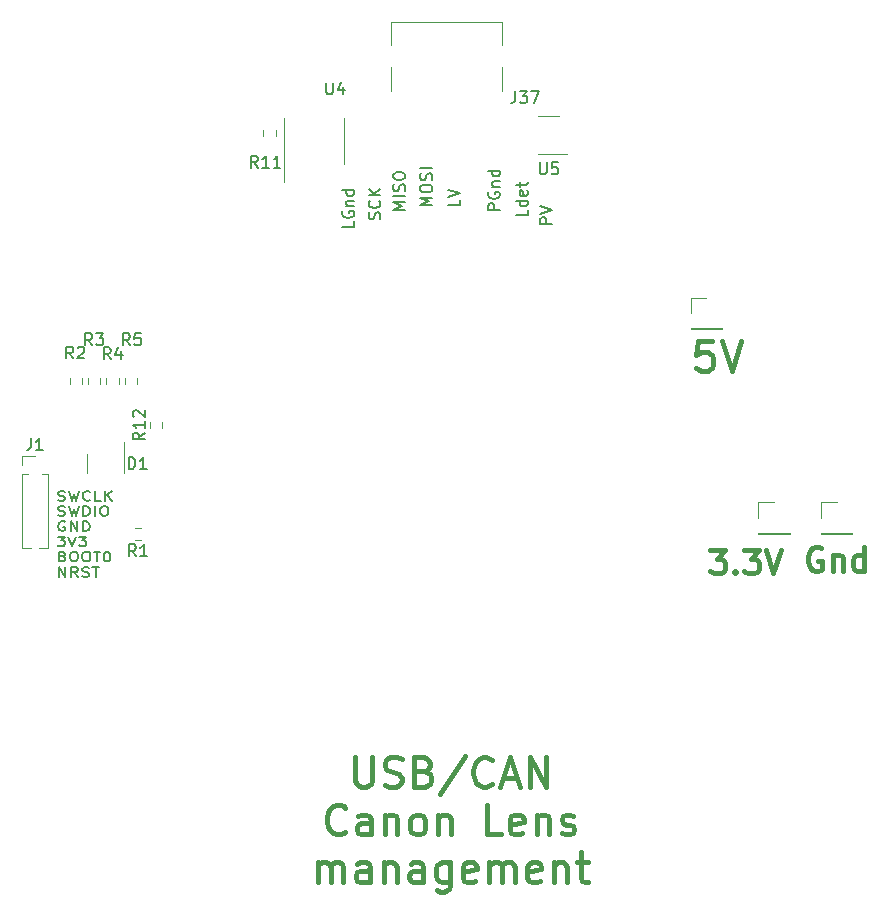
<source format=gbr>
%TF.GenerationSoftware,KiCad,Pcbnew,6.0.10*%
%TF.CreationDate,2023-03-14T16:41:35+03:00*%
%TF.ProjectId,Canon_manage,43616e6f-6e5f-46d6-916e-6167652e6b69,rev?*%
%TF.SameCoordinates,Original*%
%TF.FileFunction,Legend,Top*%
%TF.FilePolarity,Positive*%
%FSLAX46Y46*%
G04 Gerber Fmt 4.6, Leading zero omitted, Abs format (unit mm)*
G04 Created by KiCad (PCBNEW 6.0.10) date 2023-03-14 16:41:35*
%MOMM*%
%LPD*%
G01*
G04 APERTURE LIST*
%ADD10C,0.150000*%
%ADD11C,0.400000*%
%ADD12C,0.120000*%
G04 APERTURE END LIST*
D10*
X72728776Y-88035809D02*
X72871633Y-88073904D01*
X73109728Y-88073904D01*
X73204966Y-88035809D01*
X73252585Y-87997714D01*
X73300204Y-87921523D01*
X73300204Y-87845333D01*
X73252585Y-87769142D01*
X73204966Y-87731047D01*
X73109728Y-87692952D01*
X72919252Y-87654857D01*
X72824014Y-87616761D01*
X72776395Y-87578666D01*
X72728776Y-87502476D01*
X72728776Y-87426285D01*
X72776395Y-87350095D01*
X72824014Y-87312000D01*
X72919252Y-87273904D01*
X73157347Y-87273904D01*
X73300204Y-87312000D01*
X73633538Y-87273904D02*
X73871633Y-88073904D01*
X74062109Y-87502476D01*
X74252585Y-88073904D01*
X74490680Y-87273904D01*
X75443061Y-87997714D02*
X75395442Y-88035809D01*
X75252585Y-88073904D01*
X75157347Y-88073904D01*
X75014490Y-88035809D01*
X74919252Y-87959619D01*
X74871633Y-87883428D01*
X74824014Y-87731047D01*
X74824014Y-87616761D01*
X74871633Y-87464380D01*
X74919252Y-87388190D01*
X75014490Y-87312000D01*
X75157347Y-87273904D01*
X75252585Y-87273904D01*
X75395442Y-87312000D01*
X75443061Y-87350095D01*
X76347823Y-88073904D02*
X75871633Y-88073904D01*
X75871633Y-87273904D01*
X76681157Y-88073904D02*
X76681157Y-87273904D01*
X77252585Y-88073904D02*
X76824014Y-87616761D01*
X77252585Y-87273904D02*
X76681157Y-87731047D01*
X72728776Y-89323809D02*
X72871633Y-89361904D01*
X73109728Y-89361904D01*
X73204966Y-89323809D01*
X73252585Y-89285714D01*
X73300204Y-89209523D01*
X73300204Y-89133333D01*
X73252585Y-89057142D01*
X73204966Y-89019047D01*
X73109728Y-88980952D01*
X72919252Y-88942857D01*
X72824014Y-88904761D01*
X72776395Y-88866666D01*
X72728776Y-88790476D01*
X72728776Y-88714285D01*
X72776395Y-88638095D01*
X72824014Y-88600000D01*
X72919252Y-88561904D01*
X73157347Y-88561904D01*
X73300204Y-88600000D01*
X73633538Y-88561904D02*
X73871633Y-89361904D01*
X74062109Y-88790476D01*
X74252585Y-89361904D01*
X74490680Y-88561904D01*
X74871633Y-89361904D02*
X74871633Y-88561904D01*
X75109728Y-88561904D01*
X75252585Y-88600000D01*
X75347823Y-88676190D01*
X75395442Y-88752380D01*
X75443061Y-88904761D01*
X75443061Y-89019047D01*
X75395442Y-89171428D01*
X75347823Y-89247619D01*
X75252585Y-89323809D01*
X75109728Y-89361904D01*
X74871633Y-89361904D01*
X75871633Y-89361904D02*
X75871633Y-88561904D01*
X76538300Y-88561904D02*
X76728776Y-88561904D01*
X76824014Y-88600000D01*
X76919252Y-88676190D01*
X76966871Y-88828571D01*
X76966871Y-89095238D01*
X76919252Y-89247619D01*
X76824014Y-89323809D01*
X76728776Y-89361904D01*
X76538300Y-89361904D01*
X76443061Y-89323809D01*
X76347823Y-89247619D01*
X76300204Y-89095238D01*
X76300204Y-88828571D01*
X76347823Y-88676190D01*
X76443061Y-88600000D01*
X76538300Y-88561904D01*
X73300204Y-89888000D02*
X73204966Y-89849904D01*
X73062109Y-89849904D01*
X72919252Y-89888000D01*
X72824014Y-89964190D01*
X72776395Y-90040380D01*
X72728776Y-90192761D01*
X72728776Y-90307047D01*
X72776395Y-90459428D01*
X72824014Y-90535619D01*
X72919252Y-90611809D01*
X73062109Y-90649904D01*
X73157347Y-90649904D01*
X73300204Y-90611809D01*
X73347823Y-90573714D01*
X73347823Y-90307047D01*
X73157347Y-90307047D01*
X73776395Y-90649904D02*
X73776395Y-89849904D01*
X74347823Y-90649904D01*
X74347823Y-89849904D01*
X74824014Y-90649904D02*
X74824014Y-89849904D01*
X75062109Y-89849904D01*
X75204966Y-89888000D01*
X75300204Y-89964190D01*
X75347823Y-90040380D01*
X75395442Y-90192761D01*
X75395442Y-90307047D01*
X75347823Y-90459428D01*
X75300204Y-90535619D01*
X75204966Y-90611809D01*
X75062109Y-90649904D01*
X74824014Y-90649904D01*
X72681157Y-91137904D02*
X73300204Y-91137904D01*
X72966871Y-91442666D01*
X73109728Y-91442666D01*
X73204966Y-91480761D01*
X73252585Y-91518857D01*
X73300204Y-91595047D01*
X73300204Y-91785523D01*
X73252585Y-91861714D01*
X73204966Y-91899809D01*
X73109728Y-91937904D01*
X72824014Y-91937904D01*
X72728776Y-91899809D01*
X72681157Y-91861714D01*
X73585919Y-91137904D02*
X73919252Y-91937904D01*
X74252585Y-91137904D01*
X74490680Y-91137904D02*
X75109728Y-91137904D01*
X74776395Y-91442666D01*
X74919252Y-91442666D01*
X75014490Y-91480761D01*
X75062109Y-91518857D01*
X75109728Y-91595047D01*
X75109728Y-91785523D01*
X75062109Y-91861714D01*
X75014490Y-91899809D01*
X74919252Y-91937904D01*
X74633538Y-91937904D01*
X74538300Y-91899809D01*
X74490680Y-91861714D01*
X73109728Y-92806857D02*
X73252585Y-92844952D01*
X73300204Y-92883047D01*
X73347823Y-92959238D01*
X73347823Y-93073523D01*
X73300204Y-93149714D01*
X73252585Y-93187809D01*
X73157347Y-93225904D01*
X72776395Y-93225904D01*
X72776395Y-92425904D01*
X73109728Y-92425904D01*
X73204966Y-92464000D01*
X73252585Y-92502095D01*
X73300204Y-92578285D01*
X73300204Y-92654476D01*
X73252585Y-92730666D01*
X73204966Y-92768761D01*
X73109728Y-92806857D01*
X72776395Y-92806857D01*
X73966871Y-92425904D02*
X74157347Y-92425904D01*
X74252585Y-92464000D01*
X74347823Y-92540190D01*
X74395442Y-92692571D01*
X74395442Y-92959238D01*
X74347823Y-93111619D01*
X74252585Y-93187809D01*
X74157347Y-93225904D01*
X73966871Y-93225904D01*
X73871633Y-93187809D01*
X73776395Y-93111619D01*
X73728776Y-92959238D01*
X73728776Y-92692571D01*
X73776395Y-92540190D01*
X73871633Y-92464000D01*
X73966871Y-92425904D01*
X75014490Y-92425904D02*
X75204966Y-92425904D01*
X75300204Y-92464000D01*
X75395442Y-92540190D01*
X75443061Y-92692571D01*
X75443061Y-92959238D01*
X75395442Y-93111619D01*
X75300204Y-93187809D01*
X75204966Y-93225904D01*
X75014490Y-93225904D01*
X74919252Y-93187809D01*
X74824014Y-93111619D01*
X74776395Y-92959238D01*
X74776395Y-92692571D01*
X74824014Y-92540190D01*
X74919252Y-92464000D01*
X75014490Y-92425904D01*
X75728776Y-92425904D02*
X76300204Y-92425904D01*
X76014490Y-93225904D02*
X76014490Y-92425904D01*
X76824014Y-92425904D02*
X76919252Y-92425904D01*
X77014490Y-92464000D01*
X77062109Y-92502095D01*
X77109728Y-92578285D01*
X77157347Y-92730666D01*
X77157347Y-92921142D01*
X77109728Y-93073523D01*
X77062109Y-93149714D01*
X77014490Y-93187809D01*
X76919252Y-93225904D01*
X76824014Y-93225904D01*
X76728776Y-93187809D01*
X76681157Y-93149714D01*
X76633538Y-93073523D01*
X76585919Y-92921142D01*
X76585919Y-92730666D01*
X76633538Y-92578285D01*
X76681157Y-92502095D01*
X76728776Y-92464000D01*
X76824014Y-92425904D01*
X72776395Y-94513904D02*
X72776395Y-93713904D01*
X73347823Y-94513904D01*
X73347823Y-93713904D01*
X74395442Y-94513904D02*
X74062109Y-94132952D01*
X73824014Y-94513904D02*
X73824014Y-93713904D01*
X74204966Y-93713904D01*
X74300204Y-93752000D01*
X74347823Y-93790095D01*
X74395442Y-93866285D01*
X74395442Y-93980571D01*
X74347823Y-94056761D01*
X74300204Y-94094857D01*
X74204966Y-94132952D01*
X73824014Y-94132952D01*
X74776395Y-94475809D02*
X74919252Y-94513904D01*
X75157347Y-94513904D01*
X75252585Y-94475809D01*
X75300204Y-94437714D01*
X75347823Y-94361523D01*
X75347823Y-94285333D01*
X75300204Y-94209142D01*
X75252585Y-94171047D01*
X75157347Y-94132952D01*
X74966871Y-94094857D01*
X74871633Y-94056761D01*
X74824014Y-94018666D01*
X74776395Y-93942476D01*
X74776395Y-93866285D01*
X74824014Y-93790095D01*
X74871633Y-93752000D01*
X74966871Y-93713904D01*
X75204966Y-93713904D01*
X75347823Y-93752000D01*
X75633538Y-93713904D02*
X76204966Y-93713904D01*
X75919252Y-94513904D02*
X75919252Y-93713904D01*
D11*
X127959219Y-92224361D02*
X129197314Y-92224361D01*
X128530647Y-92986266D01*
X128816361Y-92986266D01*
X129006838Y-93081504D01*
X129102076Y-93176742D01*
X129197314Y-93367219D01*
X129197314Y-93843409D01*
X129102076Y-94033885D01*
X129006838Y-94129123D01*
X128816361Y-94224361D01*
X128244933Y-94224361D01*
X128054457Y-94129123D01*
X127959219Y-94033885D01*
X130054457Y-94033885D02*
X130149695Y-94129123D01*
X130054457Y-94224361D01*
X129959219Y-94129123D01*
X130054457Y-94033885D01*
X130054457Y-94224361D01*
X130816361Y-92224361D02*
X132054457Y-92224361D01*
X131387790Y-92986266D01*
X131673504Y-92986266D01*
X131863980Y-93081504D01*
X131959219Y-93176742D01*
X132054457Y-93367219D01*
X132054457Y-93843409D01*
X131959219Y-94033885D01*
X131863980Y-94129123D01*
X131673504Y-94224361D01*
X131102076Y-94224361D01*
X130911600Y-94129123D01*
X130816361Y-94033885D01*
X132625885Y-92224361D02*
X133292552Y-94224361D01*
X133959219Y-92224361D01*
X128073209Y-74576952D02*
X126882733Y-74576952D01*
X126763685Y-75767428D01*
X126882733Y-75648380D01*
X127120828Y-75529333D01*
X127716066Y-75529333D01*
X127954161Y-75648380D01*
X128073209Y-75767428D01*
X128192257Y-76005523D01*
X128192257Y-76600761D01*
X128073209Y-76838857D01*
X127954161Y-76957904D01*
X127716066Y-77076952D01*
X127120828Y-77076952D01*
X126882733Y-76957904D01*
X126763685Y-76838857D01*
X128906542Y-74576952D02*
X129739876Y-77076952D01*
X130573209Y-74576952D01*
X137347485Y-92116400D02*
X137157009Y-92021161D01*
X136871295Y-92021161D01*
X136585580Y-92116400D01*
X136395104Y-92306876D01*
X136299866Y-92497352D01*
X136204628Y-92878304D01*
X136204628Y-93164019D01*
X136299866Y-93544971D01*
X136395104Y-93735447D01*
X136585580Y-93925923D01*
X136871295Y-94021161D01*
X137061771Y-94021161D01*
X137347485Y-93925923D01*
X137442723Y-93830685D01*
X137442723Y-93164019D01*
X137061771Y-93164019D01*
X138299866Y-92687828D02*
X138299866Y-94021161D01*
X138299866Y-92878304D02*
X138395104Y-92783066D01*
X138585580Y-92687828D01*
X138871295Y-92687828D01*
X139061771Y-92783066D01*
X139157009Y-92973542D01*
X139157009Y-94021161D01*
X140966533Y-94021161D02*
X140966533Y-92021161D01*
X140966533Y-93925923D02*
X140776057Y-94021161D01*
X140395104Y-94021161D01*
X140204628Y-93925923D01*
X140109390Y-93830685D01*
X140014152Y-93640209D01*
X140014152Y-93068780D01*
X140109390Y-92878304D01*
X140204628Y-92783066D01*
X140395104Y-92687828D01*
X140776057Y-92687828D01*
X140966533Y-92783066D01*
X97873561Y-109820352D02*
X97873561Y-111844161D01*
X97992609Y-112082257D01*
X98111657Y-112201304D01*
X98349752Y-112320352D01*
X98825942Y-112320352D01*
X99064038Y-112201304D01*
X99183085Y-112082257D01*
X99302133Y-111844161D01*
X99302133Y-109820352D01*
X100373561Y-112201304D02*
X100730704Y-112320352D01*
X101325942Y-112320352D01*
X101564038Y-112201304D01*
X101683085Y-112082257D01*
X101802133Y-111844161D01*
X101802133Y-111606066D01*
X101683085Y-111367971D01*
X101564038Y-111248923D01*
X101325942Y-111129876D01*
X100849752Y-111010828D01*
X100611657Y-110891780D01*
X100492609Y-110772733D01*
X100373561Y-110534638D01*
X100373561Y-110296542D01*
X100492609Y-110058447D01*
X100611657Y-109939400D01*
X100849752Y-109820352D01*
X101444990Y-109820352D01*
X101802133Y-109939400D01*
X103706895Y-111010828D02*
X104064038Y-111129876D01*
X104183085Y-111248923D01*
X104302133Y-111487019D01*
X104302133Y-111844161D01*
X104183085Y-112082257D01*
X104064038Y-112201304D01*
X103825942Y-112320352D01*
X102873561Y-112320352D01*
X102873561Y-109820352D01*
X103706895Y-109820352D01*
X103944990Y-109939400D01*
X104064038Y-110058447D01*
X104183085Y-110296542D01*
X104183085Y-110534638D01*
X104064038Y-110772733D01*
X103944990Y-110891780D01*
X103706895Y-111010828D01*
X102873561Y-111010828D01*
X107159276Y-109701304D02*
X105016419Y-112915590D01*
X109421180Y-112082257D02*
X109302133Y-112201304D01*
X108944990Y-112320352D01*
X108706895Y-112320352D01*
X108349752Y-112201304D01*
X108111657Y-111963209D01*
X107992609Y-111725114D01*
X107873561Y-111248923D01*
X107873561Y-110891780D01*
X107992609Y-110415590D01*
X108111657Y-110177495D01*
X108349752Y-109939400D01*
X108706895Y-109820352D01*
X108944990Y-109820352D01*
X109302133Y-109939400D01*
X109421180Y-110058447D01*
X110373561Y-111606066D02*
X111564038Y-111606066D01*
X110135466Y-112320352D02*
X110968800Y-109820352D01*
X111802133Y-112320352D01*
X112635466Y-112320352D02*
X112635466Y-109820352D01*
X114064038Y-112320352D01*
X114064038Y-109820352D01*
X97040228Y-116107257D02*
X96921180Y-116226304D01*
X96564038Y-116345352D01*
X96325942Y-116345352D01*
X95968800Y-116226304D01*
X95730704Y-115988209D01*
X95611657Y-115750114D01*
X95492609Y-115273923D01*
X95492609Y-114916780D01*
X95611657Y-114440590D01*
X95730704Y-114202495D01*
X95968800Y-113964400D01*
X96325942Y-113845352D01*
X96564038Y-113845352D01*
X96921180Y-113964400D01*
X97040228Y-114083447D01*
X99183085Y-116345352D02*
X99183085Y-115035828D01*
X99064038Y-114797733D01*
X98825942Y-114678685D01*
X98349752Y-114678685D01*
X98111657Y-114797733D01*
X99183085Y-116226304D02*
X98944990Y-116345352D01*
X98349752Y-116345352D01*
X98111657Y-116226304D01*
X97992609Y-115988209D01*
X97992609Y-115750114D01*
X98111657Y-115512019D01*
X98349752Y-115392971D01*
X98944990Y-115392971D01*
X99183085Y-115273923D01*
X100373561Y-114678685D02*
X100373561Y-116345352D01*
X100373561Y-114916780D02*
X100492609Y-114797733D01*
X100730704Y-114678685D01*
X101087847Y-114678685D01*
X101325942Y-114797733D01*
X101444990Y-115035828D01*
X101444990Y-116345352D01*
X102992609Y-116345352D02*
X102754514Y-116226304D01*
X102635466Y-116107257D01*
X102516419Y-115869161D01*
X102516419Y-115154876D01*
X102635466Y-114916780D01*
X102754514Y-114797733D01*
X102992609Y-114678685D01*
X103349752Y-114678685D01*
X103587847Y-114797733D01*
X103706895Y-114916780D01*
X103825942Y-115154876D01*
X103825942Y-115869161D01*
X103706895Y-116107257D01*
X103587847Y-116226304D01*
X103349752Y-116345352D01*
X102992609Y-116345352D01*
X104897371Y-114678685D02*
X104897371Y-116345352D01*
X104897371Y-114916780D02*
X105016419Y-114797733D01*
X105254514Y-114678685D01*
X105611657Y-114678685D01*
X105849752Y-114797733D01*
X105968800Y-115035828D01*
X105968800Y-116345352D01*
X110254514Y-116345352D02*
X109064038Y-116345352D01*
X109064038Y-113845352D01*
X112040228Y-116226304D02*
X111802133Y-116345352D01*
X111325942Y-116345352D01*
X111087847Y-116226304D01*
X110968800Y-115988209D01*
X110968800Y-115035828D01*
X111087847Y-114797733D01*
X111325942Y-114678685D01*
X111802133Y-114678685D01*
X112040228Y-114797733D01*
X112159276Y-115035828D01*
X112159276Y-115273923D01*
X110968800Y-115512019D01*
X113230704Y-114678685D02*
X113230704Y-116345352D01*
X113230704Y-114916780D02*
X113349752Y-114797733D01*
X113587847Y-114678685D01*
X113944990Y-114678685D01*
X114183085Y-114797733D01*
X114302133Y-115035828D01*
X114302133Y-116345352D01*
X115373561Y-116226304D02*
X115611657Y-116345352D01*
X116087847Y-116345352D01*
X116325942Y-116226304D01*
X116444990Y-115988209D01*
X116444990Y-115869161D01*
X116325942Y-115631066D01*
X116087847Y-115512019D01*
X115730704Y-115512019D01*
X115492609Y-115392971D01*
X115373561Y-115154876D01*
X115373561Y-115035828D01*
X115492609Y-114797733D01*
X115730704Y-114678685D01*
X116087847Y-114678685D01*
X116325942Y-114797733D01*
X94718800Y-120370352D02*
X94718800Y-118703685D01*
X94718800Y-118941780D02*
X94837847Y-118822733D01*
X95075942Y-118703685D01*
X95433085Y-118703685D01*
X95671180Y-118822733D01*
X95790228Y-119060828D01*
X95790228Y-120370352D01*
X95790228Y-119060828D02*
X95909276Y-118822733D01*
X96147371Y-118703685D01*
X96504514Y-118703685D01*
X96742609Y-118822733D01*
X96861657Y-119060828D01*
X96861657Y-120370352D01*
X99123561Y-120370352D02*
X99123561Y-119060828D01*
X99004514Y-118822733D01*
X98766419Y-118703685D01*
X98290228Y-118703685D01*
X98052133Y-118822733D01*
X99123561Y-120251304D02*
X98885466Y-120370352D01*
X98290228Y-120370352D01*
X98052133Y-120251304D01*
X97933085Y-120013209D01*
X97933085Y-119775114D01*
X98052133Y-119537019D01*
X98290228Y-119417971D01*
X98885466Y-119417971D01*
X99123561Y-119298923D01*
X100314038Y-118703685D02*
X100314038Y-120370352D01*
X100314038Y-118941780D02*
X100433085Y-118822733D01*
X100671180Y-118703685D01*
X101028323Y-118703685D01*
X101266419Y-118822733D01*
X101385466Y-119060828D01*
X101385466Y-120370352D01*
X103647371Y-120370352D02*
X103647371Y-119060828D01*
X103528323Y-118822733D01*
X103290228Y-118703685D01*
X102814038Y-118703685D01*
X102575942Y-118822733D01*
X103647371Y-120251304D02*
X103409276Y-120370352D01*
X102814038Y-120370352D01*
X102575942Y-120251304D01*
X102456895Y-120013209D01*
X102456895Y-119775114D01*
X102575942Y-119537019D01*
X102814038Y-119417971D01*
X103409276Y-119417971D01*
X103647371Y-119298923D01*
X105909276Y-118703685D02*
X105909276Y-120727495D01*
X105790228Y-120965590D01*
X105671180Y-121084638D01*
X105433085Y-121203685D01*
X105075942Y-121203685D01*
X104837847Y-121084638D01*
X105909276Y-120251304D02*
X105671180Y-120370352D01*
X105194990Y-120370352D01*
X104956895Y-120251304D01*
X104837847Y-120132257D01*
X104718800Y-119894161D01*
X104718800Y-119179876D01*
X104837847Y-118941780D01*
X104956895Y-118822733D01*
X105194990Y-118703685D01*
X105671180Y-118703685D01*
X105909276Y-118822733D01*
X108052133Y-120251304D02*
X107814038Y-120370352D01*
X107337847Y-120370352D01*
X107099752Y-120251304D01*
X106980704Y-120013209D01*
X106980704Y-119060828D01*
X107099752Y-118822733D01*
X107337847Y-118703685D01*
X107814038Y-118703685D01*
X108052133Y-118822733D01*
X108171180Y-119060828D01*
X108171180Y-119298923D01*
X106980704Y-119537019D01*
X109242609Y-120370352D02*
X109242609Y-118703685D01*
X109242609Y-118941780D02*
X109361657Y-118822733D01*
X109599752Y-118703685D01*
X109956895Y-118703685D01*
X110194990Y-118822733D01*
X110314038Y-119060828D01*
X110314038Y-120370352D01*
X110314038Y-119060828D02*
X110433085Y-118822733D01*
X110671180Y-118703685D01*
X111028323Y-118703685D01*
X111266419Y-118822733D01*
X111385466Y-119060828D01*
X111385466Y-120370352D01*
X113528323Y-120251304D02*
X113290228Y-120370352D01*
X112814038Y-120370352D01*
X112575942Y-120251304D01*
X112456895Y-120013209D01*
X112456895Y-119060828D01*
X112575942Y-118822733D01*
X112814038Y-118703685D01*
X113290228Y-118703685D01*
X113528323Y-118822733D01*
X113647371Y-119060828D01*
X113647371Y-119298923D01*
X112456895Y-119537019D01*
X114718800Y-118703685D02*
X114718800Y-120370352D01*
X114718800Y-118941780D02*
X114837847Y-118822733D01*
X115075942Y-118703685D01*
X115433085Y-118703685D01*
X115671180Y-118822733D01*
X115790228Y-119060828D01*
X115790228Y-120370352D01*
X116623561Y-118703685D02*
X117575942Y-118703685D01*
X116980704Y-117870352D02*
X116980704Y-120013209D01*
X117099752Y-120251304D01*
X117337847Y-120370352D01*
X117575942Y-120370352D01*
D10*
%TO.C,R12*%
X80048380Y-82327357D02*
X79572190Y-82660690D01*
X80048380Y-82898785D02*
X79048380Y-82898785D01*
X79048380Y-82517833D01*
X79096000Y-82422595D01*
X79143619Y-82374976D01*
X79238857Y-82327357D01*
X79381714Y-82327357D01*
X79476952Y-82374976D01*
X79524571Y-82422595D01*
X79572190Y-82517833D01*
X79572190Y-82898785D01*
X80048380Y-81374976D02*
X80048380Y-81946404D01*
X80048380Y-81660690D02*
X79048380Y-81660690D01*
X79191238Y-81755928D01*
X79286476Y-81851166D01*
X79334095Y-81946404D01*
X79143619Y-80994023D02*
X79096000Y-80946404D01*
X79048380Y-80851166D01*
X79048380Y-80613071D01*
X79096000Y-80517833D01*
X79143619Y-80470214D01*
X79238857Y-80422595D01*
X79334095Y-80422595D01*
X79476952Y-80470214D01*
X80048380Y-81041642D01*
X80048380Y-80422595D01*
%TO.C,J6*%
X104389180Y-63090228D02*
X103389180Y-63090228D01*
X104103466Y-62756895D01*
X103389180Y-62423561D01*
X104389180Y-62423561D01*
X103389180Y-61756895D02*
X103389180Y-61566419D01*
X103436800Y-61471180D01*
X103532038Y-61375942D01*
X103722514Y-61328323D01*
X104055847Y-61328323D01*
X104246323Y-61375942D01*
X104341561Y-61471180D01*
X104389180Y-61566419D01*
X104389180Y-61756895D01*
X104341561Y-61852133D01*
X104246323Y-61947371D01*
X104055847Y-61994990D01*
X103722514Y-61994990D01*
X103532038Y-61947371D01*
X103436800Y-61852133D01*
X103389180Y-61756895D01*
X104341561Y-60947371D02*
X104389180Y-60804514D01*
X104389180Y-60566419D01*
X104341561Y-60471180D01*
X104293942Y-60423561D01*
X104198704Y-60375942D01*
X104103466Y-60375942D01*
X104008228Y-60423561D01*
X103960609Y-60471180D01*
X103912990Y-60566419D01*
X103865371Y-60756895D01*
X103817752Y-60852133D01*
X103770133Y-60899752D01*
X103674895Y-60947371D01*
X103579657Y-60947371D01*
X103484419Y-60899752D01*
X103436800Y-60852133D01*
X103389180Y-60756895D01*
X103389180Y-60518800D01*
X103436800Y-60375942D01*
X104389180Y-59947371D02*
X103389180Y-59947371D01*
%TO.C,U5*%
X113508895Y-59451580D02*
X113508895Y-60261104D01*
X113556514Y-60356342D01*
X113604133Y-60403961D01*
X113699371Y-60451580D01*
X113889847Y-60451580D01*
X113985085Y-60403961D01*
X114032704Y-60356342D01*
X114080323Y-60261104D01*
X114080323Y-59451580D01*
X115032704Y-59451580D02*
X114556514Y-59451580D01*
X114508895Y-59927771D01*
X114556514Y-59880152D01*
X114651752Y-59832533D01*
X114889847Y-59832533D01*
X114985085Y-59880152D01*
X115032704Y-59927771D01*
X115080323Y-60023009D01*
X115080323Y-60261104D01*
X115032704Y-60356342D01*
X114985085Y-60403961D01*
X114889847Y-60451580D01*
X114651752Y-60451580D01*
X114556514Y-60403961D01*
X114508895Y-60356342D01*
%TO.C,J3*%
X112466380Y-63442742D02*
X112466380Y-63918933D01*
X111466380Y-63918933D01*
X112466380Y-62680838D02*
X111466380Y-62680838D01*
X112418761Y-62680838D02*
X112466380Y-62776076D01*
X112466380Y-62966552D01*
X112418761Y-63061790D01*
X112371142Y-63109409D01*
X112275904Y-63157028D01*
X111990190Y-63157028D01*
X111894952Y-63109409D01*
X111847333Y-63061790D01*
X111799714Y-62966552D01*
X111799714Y-62776076D01*
X111847333Y-62680838D01*
X112418761Y-61823695D02*
X112466380Y-61918933D01*
X112466380Y-62109409D01*
X112418761Y-62204647D01*
X112323523Y-62252266D01*
X111942571Y-62252266D01*
X111847333Y-62204647D01*
X111799714Y-62109409D01*
X111799714Y-61918933D01*
X111847333Y-61823695D01*
X111942571Y-61776076D01*
X112037809Y-61776076D01*
X112133047Y-62252266D01*
X111799714Y-61490361D02*
X111799714Y-61109409D01*
X111466380Y-61347504D02*
X112323523Y-61347504D01*
X112418761Y-61299885D01*
X112466380Y-61204647D01*
X112466380Y-61109409D01*
%TO.C,J4*%
X110129580Y-63490266D02*
X109129580Y-63490266D01*
X109129580Y-63109314D01*
X109177200Y-63014076D01*
X109224819Y-62966457D01*
X109320057Y-62918838D01*
X109462914Y-62918838D01*
X109558152Y-62966457D01*
X109605771Y-63014076D01*
X109653390Y-63109314D01*
X109653390Y-63490266D01*
X109177200Y-61966457D02*
X109129580Y-62061695D01*
X109129580Y-62204552D01*
X109177200Y-62347409D01*
X109272438Y-62442647D01*
X109367676Y-62490266D01*
X109558152Y-62537885D01*
X109701009Y-62537885D01*
X109891485Y-62490266D01*
X109986723Y-62442647D01*
X110081961Y-62347409D01*
X110129580Y-62204552D01*
X110129580Y-62109314D01*
X110081961Y-61966457D01*
X110034342Y-61918838D01*
X109701009Y-61918838D01*
X109701009Y-62109314D01*
X109462914Y-61490266D02*
X110129580Y-61490266D01*
X109558152Y-61490266D02*
X109510533Y-61442647D01*
X109462914Y-61347409D01*
X109462914Y-61204552D01*
X109510533Y-61109314D01*
X109605771Y-61061695D01*
X110129580Y-61061695D01*
X110129580Y-60156933D02*
X109129580Y-60156933D01*
X110081961Y-60156933D02*
X110129580Y-60252171D01*
X110129580Y-60442647D01*
X110081961Y-60537885D01*
X110034342Y-60585504D01*
X109939104Y-60633123D01*
X109653390Y-60633123D01*
X109558152Y-60585504D01*
X109510533Y-60537885D01*
X109462914Y-60442647D01*
X109462914Y-60252171D01*
X109510533Y-60156933D01*
%TO.C,J8*%
X99964761Y-64245714D02*
X100012380Y-64102857D01*
X100012380Y-63864761D01*
X99964761Y-63769523D01*
X99917142Y-63721904D01*
X99821904Y-63674285D01*
X99726666Y-63674285D01*
X99631428Y-63721904D01*
X99583809Y-63769523D01*
X99536190Y-63864761D01*
X99488571Y-64055238D01*
X99440952Y-64150476D01*
X99393333Y-64198095D01*
X99298095Y-64245714D01*
X99202857Y-64245714D01*
X99107619Y-64198095D01*
X99060000Y-64150476D01*
X99012380Y-64055238D01*
X99012380Y-63817142D01*
X99060000Y-63674285D01*
X99917142Y-62674285D02*
X99964761Y-62721904D01*
X100012380Y-62864761D01*
X100012380Y-62960000D01*
X99964761Y-63102857D01*
X99869523Y-63198095D01*
X99774285Y-63245714D01*
X99583809Y-63293333D01*
X99440952Y-63293333D01*
X99250476Y-63245714D01*
X99155238Y-63198095D01*
X99060000Y-63102857D01*
X99012380Y-62960000D01*
X99012380Y-62864761D01*
X99060000Y-62721904D01*
X99107619Y-62674285D01*
X100012380Y-62245714D02*
X99012380Y-62245714D01*
X100012380Y-61674285D02*
X99440952Y-62102857D01*
X99012380Y-61674285D02*
X99583809Y-62245714D01*
%TO.C,D1*%
X78702904Y-85415380D02*
X78702904Y-84415380D01*
X78941000Y-84415380D01*
X79083857Y-84463000D01*
X79179095Y-84558238D01*
X79226714Y-84653476D01*
X79274333Y-84843952D01*
X79274333Y-84986809D01*
X79226714Y-85177285D01*
X79179095Y-85272523D01*
X79083857Y-85367761D01*
X78941000Y-85415380D01*
X78702904Y-85415380D01*
X80226714Y-85415380D02*
X79655285Y-85415380D01*
X79941000Y-85415380D02*
X79941000Y-84415380D01*
X79845761Y-84558238D01*
X79750523Y-84653476D01*
X79655285Y-84701095D01*
%TO.C,U4*%
X95402495Y-52690780D02*
X95402495Y-53500304D01*
X95450114Y-53595542D01*
X95497733Y-53643161D01*
X95592971Y-53690780D01*
X95783447Y-53690780D01*
X95878685Y-53643161D01*
X95926304Y-53595542D01*
X95973923Y-53500304D01*
X95973923Y-52690780D01*
X96878685Y-53024114D02*
X96878685Y-53690780D01*
X96640590Y-52643161D02*
X96402495Y-53357447D01*
X97021542Y-53357447D01*
%TO.C,J9*%
X97785180Y-64442838D02*
X97785180Y-64919028D01*
X96785180Y-64919028D01*
X96832800Y-63585695D02*
X96785180Y-63680933D01*
X96785180Y-63823790D01*
X96832800Y-63966647D01*
X96928038Y-64061885D01*
X97023276Y-64109504D01*
X97213752Y-64157123D01*
X97356609Y-64157123D01*
X97547085Y-64109504D01*
X97642323Y-64061885D01*
X97737561Y-63966647D01*
X97785180Y-63823790D01*
X97785180Y-63728552D01*
X97737561Y-63585695D01*
X97689942Y-63538076D01*
X97356609Y-63538076D01*
X97356609Y-63728552D01*
X97118514Y-63109504D02*
X97785180Y-63109504D01*
X97213752Y-63109504D02*
X97166133Y-63061885D01*
X97118514Y-62966647D01*
X97118514Y-62823790D01*
X97166133Y-62728552D01*
X97261371Y-62680933D01*
X97785180Y-62680933D01*
X97785180Y-61776171D02*
X96785180Y-61776171D01*
X97737561Y-61776171D02*
X97785180Y-61871409D01*
X97785180Y-62061885D01*
X97737561Y-62157123D01*
X97689942Y-62204742D01*
X97594704Y-62252361D01*
X97308990Y-62252361D01*
X97213752Y-62204742D01*
X97166133Y-62157123D01*
X97118514Y-62061885D01*
X97118514Y-61871409D01*
X97166133Y-61776171D01*
%TO.C,R3*%
X75609999Y-74925180D02*
X75276666Y-74448990D01*
X75038570Y-74925180D02*
X75038570Y-73925180D01*
X75419523Y-73925180D01*
X75514761Y-73972800D01*
X75562380Y-74020419D01*
X75609999Y-74115657D01*
X75609999Y-74258514D01*
X75562380Y-74353752D01*
X75514761Y-74401371D01*
X75419523Y-74448990D01*
X75038570Y-74448990D01*
X75943332Y-73925180D02*
X76562380Y-73925180D01*
X76229046Y-74306133D01*
X76371904Y-74306133D01*
X76467142Y-74353752D01*
X76514761Y-74401371D01*
X76562380Y-74496609D01*
X76562380Y-74734704D01*
X76514761Y-74829942D01*
X76467142Y-74877561D01*
X76371904Y-74925180D01*
X76086189Y-74925180D01*
X75990951Y-74877561D01*
X75943332Y-74829942D01*
%TO.C,J37*%
X111433076Y-53401980D02*
X111433076Y-54116266D01*
X111385457Y-54259123D01*
X111290219Y-54354361D01*
X111147361Y-54401980D01*
X111052123Y-54401980D01*
X111814028Y-53401980D02*
X112433076Y-53401980D01*
X112099742Y-53782933D01*
X112242600Y-53782933D01*
X112337838Y-53830552D01*
X112385457Y-53878171D01*
X112433076Y-53973409D01*
X112433076Y-54211504D01*
X112385457Y-54306742D01*
X112337838Y-54354361D01*
X112242600Y-54401980D01*
X111956885Y-54401980D01*
X111861647Y-54354361D01*
X111814028Y-54306742D01*
X112766409Y-53401980D02*
X113433076Y-53401980D01*
X113004504Y-54401980D01*
%TO.C,J2*%
X114549180Y-64647676D02*
X113549180Y-64647676D01*
X113549180Y-64266723D01*
X113596800Y-64171485D01*
X113644419Y-64123866D01*
X113739657Y-64076247D01*
X113882514Y-64076247D01*
X113977752Y-64123866D01*
X114025371Y-64171485D01*
X114072990Y-64266723D01*
X114072990Y-64647676D01*
X113549180Y-63790533D02*
X114549180Y-63457200D01*
X113549180Y-63123866D01*
%TO.C,J7*%
X102103180Y-63445828D02*
X101103180Y-63445828D01*
X101817466Y-63112495D01*
X101103180Y-62779161D01*
X102103180Y-62779161D01*
X102103180Y-62302971D02*
X101103180Y-62302971D01*
X102055561Y-61874400D02*
X102103180Y-61731542D01*
X102103180Y-61493447D01*
X102055561Y-61398209D01*
X102007942Y-61350590D01*
X101912704Y-61302971D01*
X101817466Y-61302971D01*
X101722228Y-61350590D01*
X101674609Y-61398209D01*
X101626990Y-61493447D01*
X101579371Y-61683923D01*
X101531752Y-61779161D01*
X101484133Y-61826780D01*
X101388895Y-61874400D01*
X101293657Y-61874400D01*
X101198419Y-61826780D01*
X101150800Y-61779161D01*
X101103180Y-61683923D01*
X101103180Y-61445828D01*
X101150800Y-61302971D01*
X101103180Y-60683923D02*
X101103180Y-60493447D01*
X101150800Y-60398209D01*
X101246038Y-60302971D01*
X101436514Y-60255352D01*
X101769847Y-60255352D01*
X101960323Y-60302971D01*
X102055561Y-60398209D01*
X102103180Y-60493447D01*
X102103180Y-60683923D01*
X102055561Y-60779161D01*
X101960323Y-60874400D01*
X101769847Y-60922019D01*
X101436514Y-60922019D01*
X101246038Y-60874400D01*
X101150800Y-60779161D01*
X101103180Y-60683923D01*
%TO.C,R4*%
X77176333Y-76117080D02*
X76843000Y-75640890D01*
X76604904Y-76117080D02*
X76604904Y-75117080D01*
X76985857Y-75117080D01*
X77081095Y-75164700D01*
X77128714Y-75212319D01*
X77176333Y-75307557D01*
X77176333Y-75450414D01*
X77128714Y-75545652D01*
X77081095Y-75593271D01*
X76985857Y-75640890D01*
X76604904Y-75640890D01*
X78033476Y-75450414D02*
X78033476Y-76117080D01*
X77795380Y-75069461D02*
X77557285Y-75783747D01*
X78176333Y-75783747D01*
%TO.C,J5*%
X106725980Y-62603047D02*
X106725980Y-63079238D01*
X105725980Y-63079238D01*
X105725980Y-62412571D02*
X106725980Y-62079238D01*
X105725980Y-61745904D01*
%TO.C,R2*%
X74001333Y-76040880D02*
X73668000Y-75564690D01*
X73429904Y-76040880D02*
X73429904Y-75040880D01*
X73810857Y-75040880D01*
X73906095Y-75088500D01*
X73953714Y-75136119D01*
X74001333Y-75231357D01*
X74001333Y-75374214D01*
X73953714Y-75469452D01*
X73906095Y-75517071D01*
X73810857Y-75564690D01*
X73429904Y-75564690D01*
X74382285Y-75136119D02*
X74429904Y-75088500D01*
X74525142Y-75040880D01*
X74763238Y-75040880D01*
X74858476Y-75088500D01*
X74906095Y-75136119D01*
X74953714Y-75231357D01*
X74953714Y-75326595D01*
X74906095Y-75469452D01*
X74334666Y-76040880D01*
X74953714Y-76040880D01*
%TO.C,R5*%
X78810399Y-74925180D02*
X78477066Y-74448990D01*
X78238970Y-74925180D02*
X78238970Y-73925180D01*
X78619923Y-73925180D01*
X78715161Y-73972800D01*
X78762780Y-74020419D01*
X78810399Y-74115657D01*
X78810399Y-74258514D01*
X78762780Y-74353752D01*
X78715161Y-74401371D01*
X78619923Y-74448990D01*
X78238970Y-74448990D01*
X79715161Y-73925180D02*
X79238970Y-73925180D01*
X79191351Y-74401371D01*
X79238970Y-74353752D01*
X79334208Y-74306133D01*
X79572304Y-74306133D01*
X79667542Y-74353752D01*
X79715161Y-74401371D01*
X79762780Y-74496609D01*
X79762780Y-74734704D01*
X79715161Y-74829942D01*
X79667542Y-74877561D01*
X79572304Y-74925180D01*
X79334208Y-74925180D01*
X79238970Y-74877561D01*
X79191351Y-74829942D01*
%TO.C,R11*%
X89628742Y-59888380D02*
X89295409Y-59412190D01*
X89057314Y-59888380D02*
X89057314Y-58888380D01*
X89438266Y-58888380D01*
X89533504Y-58936000D01*
X89581123Y-58983619D01*
X89628742Y-59078857D01*
X89628742Y-59221714D01*
X89581123Y-59316952D01*
X89533504Y-59364571D01*
X89438266Y-59412190D01*
X89057314Y-59412190D01*
X90581123Y-59888380D02*
X90009695Y-59888380D01*
X90295409Y-59888380D02*
X90295409Y-58888380D01*
X90200171Y-59031238D01*
X90104933Y-59126476D01*
X90009695Y-59174095D01*
X91533504Y-59888380D02*
X90962076Y-59888380D01*
X91247790Y-59888380D02*
X91247790Y-58888380D01*
X91152552Y-59031238D01*
X91057314Y-59126476D01*
X90962076Y-59174095D01*
%TO.C,J1*%
X70431066Y-82796580D02*
X70431066Y-83510866D01*
X70383447Y-83653723D01*
X70288209Y-83748961D01*
X70145352Y-83796580D01*
X70050114Y-83796580D01*
X71431066Y-83796580D02*
X70859638Y-83796580D01*
X71145352Y-83796580D02*
X71145352Y-82796580D01*
X71050114Y-82939438D01*
X70954876Y-83034676D01*
X70859638Y-83082295D01*
%TO.C,R1*%
X79308033Y-92788980D02*
X78974700Y-92312790D01*
X78736604Y-92788980D02*
X78736604Y-91788980D01*
X79117557Y-91788980D01*
X79212795Y-91836600D01*
X79260414Y-91884219D01*
X79308033Y-91979457D01*
X79308033Y-92122314D01*
X79260414Y-92217552D01*
X79212795Y-92265171D01*
X79117557Y-92312790D01*
X78736604Y-92312790D01*
X80260414Y-92788980D02*
X79688985Y-92788980D01*
X79974700Y-92788980D02*
X79974700Y-91788980D01*
X79879461Y-91931838D01*
X79784223Y-92027076D01*
X79688985Y-92074695D01*
D12*
%TO.C,R12*%
X80503500Y-81939224D02*
X80503500Y-81429776D01*
X81548500Y-81939224D02*
X81548500Y-81429776D01*
%TO.C,U5*%
X115170800Y-55489200D02*
X113370800Y-55489200D01*
X113370800Y-58709200D02*
X115820800Y-58709200D01*
%TO.C,D1*%
X78283200Y-84906700D02*
X78283200Y-85706700D01*
X75163200Y-84906700D02*
X75163200Y-84106700D01*
X75163200Y-84906700D02*
X75163200Y-85706700D01*
X78283200Y-84906700D02*
X78283200Y-83106700D01*
%TO.C,U4*%
X96946400Y-57658000D02*
X96946400Y-59608000D01*
X91826400Y-57658000D02*
X91826400Y-61108000D01*
X91826400Y-57658000D02*
X91826400Y-55708000D01*
X96946400Y-57658000D02*
X96946400Y-55708000D01*
%TO.C,R3*%
X75254166Y-78232724D02*
X75254166Y-77723276D01*
X76299166Y-78232724D02*
X76299166Y-77723276D01*
%TO.C,J37*%
X100910000Y-49470000D02*
X100910000Y-47570000D01*
X110310000Y-49470000D02*
X110310000Y-47570000D01*
X100910000Y-53370000D02*
X100910000Y-51370000D01*
X110310000Y-47570000D02*
X100910000Y-47570000D01*
X110310000Y-53370000D02*
X110310000Y-51370000D01*
%TO.C,R4*%
X77857032Y-78232724D02*
X77857032Y-77723276D01*
X76812032Y-78232724D02*
X76812032Y-77723276D01*
%TO.C,J35*%
X137303200Y-90830400D02*
X139963200Y-90830400D01*
X137303200Y-89560400D02*
X137303200Y-88230400D01*
X137303200Y-90890400D02*
X139963200Y-90890400D01*
X137303200Y-90830400D02*
X137303200Y-90890400D01*
X139963200Y-90830400D02*
X139963200Y-90890400D01*
X137303200Y-88230400D02*
X138633200Y-88230400D01*
%TO.C,R2*%
X73696300Y-78232724D02*
X73696300Y-77723276D01*
X74741300Y-78232724D02*
X74741300Y-77723276D01*
%TO.C,R5*%
X79414900Y-78232724D02*
X79414900Y-77723276D01*
X78369900Y-78232724D02*
X78369900Y-77723276D01*
%TO.C,R11*%
X90104700Y-57252324D02*
X90104700Y-56742876D01*
X91149700Y-57252324D02*
X91149700Y-56742876D01*
%TO.C,J26*%
X126279600Y-70907600D02*
X127609600Y-70907600D01*
X126279600Y-72237600D02*
X126279600Y-70907600D01*
X126279600Y-73507600D02*
X126279600Y-73567600D01*
X128939600Y-73507600D02*
X128939600Y-73567600D01*
X126279600Y-73567600D02*
X128939600Y-73567600D01*
X126279600Y-73507600D02*
X128939600Y-73507600D01*
%TO.C,J1*%
X69654400Y-84279200D02*
X70764400Y-84279200D01*
X69654400Y-85799200D02*
X69654400Y-92084200D01*
X71071930Y-92084200D02*
X71874400Y-92084200D01*
X69654400Y-85799200D02*
X70200929Y-85799200D01*
X69654400Y-92084200D02*
X70456870Y-92084200D01*
X71327871Y-85799200D02*
X71874400Y-85799200D01*
X69654400Y-85039200D02*
X69654400Y-84279200D01*
X71874400Y-85799200D02*
X71874400Y-92084200D01*
%TO.C,R1*%
X79729424Y-90384100D02*
X79219976Y-90384100D01*
X79729424Y-91429100D02*
X79219976Y-91429100D01*
%TO.C,J36*%
X132020000Y-90830400D02*
X134680000Y-90830400D01*
X132020000Y-89560400D02*
X132020000Y-88230400D01*
X132020000Y-88230400D02*
X133350000Y-88230400D01*
X134680000Y-90830400D02*
X134680000Y-90890400D01*
X132020000Y-90830400D02*
X132020000Y-90890400D01*
X132020000Y-90890400D02*
X134680000Y-90890400D01*
%TD*%
M02*

</source>
